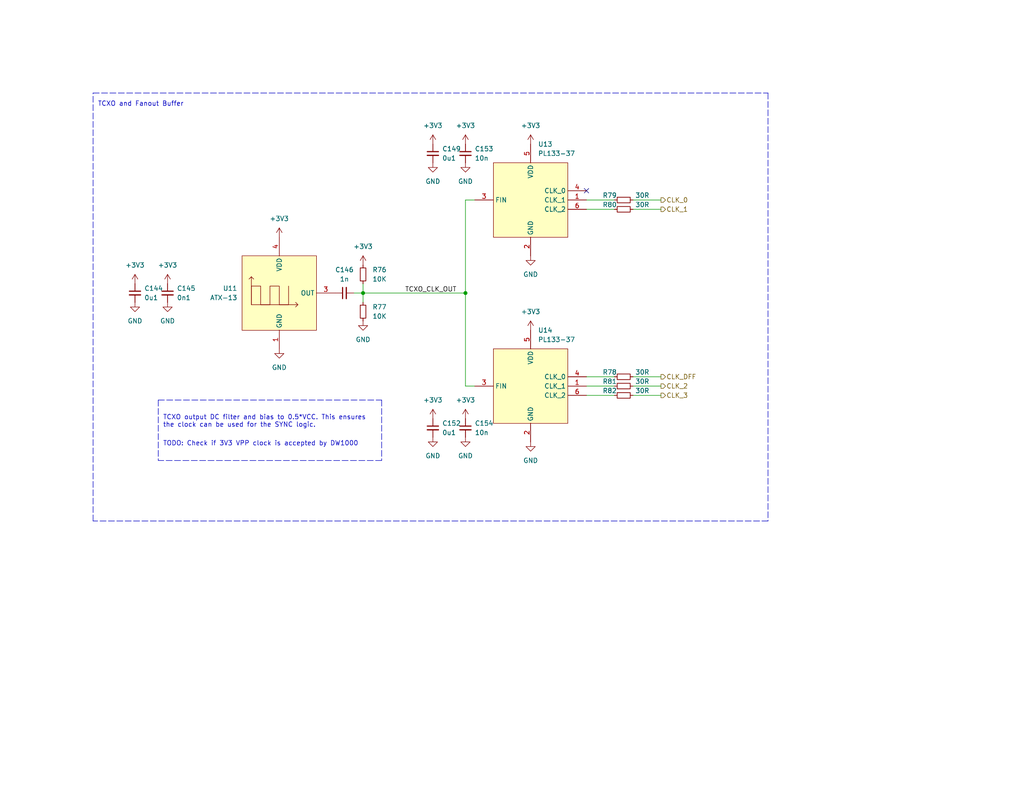
<source format=kicad_sch>
(kicad_sch (version 20231120) (generator "eeschema") (generator_version "8.0")
  (paper "USLetter")
  (title_block (title "ReLoki - UWB Clock Source") (date "2022-12-12") (rev "0.2.1") (company "George Mason University"))
  (lib_symbols
    (symbol "Buffer_U:PL133-37"
      (property "Reference" "U" (at 0.254 25.4 0))
      (property "Value" "PL133-37" (at 0 22.86 0))
      (symbol "PL133-37_0_1"
        (rectangle (start -10.16 10.16) (end 10.16 -10.16) (fill (type background)))
      )
      (symbol "PL133-37_1_1"
        (pin input line (at 15.24 0 180) (length 5.08) (name "CLK_1") (number "1"))
        (pin input line (at 0 -15.24 90) (length 5.08) (name "GND") (number "2"))
        (pin input line (at -15.24 0 0) (length 5.08) (name "FIN") (number "3"))
        (pin input line (at 15.24 2.54 180) (length 5.08) (name "CLK_0") (number "4"))
        (pin input line (at 0 15.24 270) (length 5.08) (name "VDD") (number "5"))
        (pin input line (at 15.24 -2.54 180) (length 5.08) (name "CLK_2") (number "6"))
      )
    )
    (symbol "Device:C_Small" (pin_numbers hide) (pin_names (offset 0.254) hide)
      (property "Reference" "C" (at 0.254 1.778 0))
      (property "Value" "C_Small" (at 0.254 -2.032 0))
      (symbol "C_Small_0_1"
        (polyline (pts (xy -1.524 -0.508) (xy 1.524 -0.508)) (stroke (width 0.3302)))
        (polyline (pts (xy -1.524 0.508) (xy 1.524 0.508)) (stroke (width 0.3048)))
      )
      (symbol "C_Small_1_1"
        (pin passive line (at 0 2.54 270) (length 2.032) (name "~") (number "1"))
        (pin passive line (at 0 -2.54 90) (length 2.032) (name "~") (number "2"))
      )
    )
    (symbol "Device:R_Small" (pin_numbers hide) (pin_names (offset 0.254) hide)
      (property "Reference" "R" (at 0.762 0.508 0))
      (property "Value" "R_Small" (at 0.762 -1.016 0))
      (symbol "R_Small_0_1"
        (rectangle (start -0.762 1.778) (end 0.762 -1.778) (stroke (width 0.2032)))
      )
      (symbol "R_Small_1_1"
        (pin passive line (at 0 2.54 270) (length 0.762) (name "~") (number "1"))
        (pin passive line (at 0 -2.54 90) (length 0.762) (name "~") (number "2"))
      )
    )
    (symbol "Oscillator_U:ATX-13"
      (property "Reference" "U" (at -7.62 15.24 0))
      (property "Value" "ATX-13" (at -7.62 12.7 0))
      (symbol "ATX-13_0_1"
        (rectangle (start -10.16 10.16) (end 10.16 -10.16) (fill (type background)))
        (polyline (pts (xy -7.62 4.445) (xy -8.255 3.81)))
        (polyline (pts (xy -7.62 4.445) (xy -6.985 3.81)))
        (polyline (pts (xy 5.08 -3.175) (xy 4.445 -3.81)))
        (polyline (pts (xy 5.08 -3.175) (xy 4.445 -2.54)))
        (polyline (pts (xy -7.62 4.445) (xy -7.62 -3.175) (xy 5.08 -3.175)))
        (polyline (pts (xy -7.62 -3.175) (xy -7.62 1.905) (xy -5.08 1.905) (xy -5.08 -3.175) (xy -2.54 -3.175) (xy -2.54 1.905) (xy 0 1.905) (xy 0 -3.175) (xy 2.54 -3.175) (xy 2.54 1.905)))
      )
      (symbol "ATX-13_1_1"
        (pin power_in line (at 0 -15.24 90) (length 5.08) (name "GND") (number "1"))
        (pin power_in line (at 0 -15.24 90) (length 5.08) hide (name "GND") (number "2"))
        (pin output line (at 15.24 0 180) (length 5.08) (name "OUT") (number "3"))
        (pin power_in line (at 0 15.24 270) (length 5.08) (name "VDD") (number "4"))
      )
    )
    (symbol "power:+3V3" (power) (pin_names (offset 0))
      (property "Value" "+3V3" (at 0 3.556 0))
      (symbol "+3V3_0_1"
        (polyline (pts (xy -0.762 1.27) (xy 0 2.54)))
        (polyline (pts (xy 0 0) (xy 0 2.54)))
        (polyline (pts (xy 0 2.54) (xy 0.762 1.27)))
      )
      (symbol "+3V3_1_1"
        (pin power_in line (at 0 0 90) (length 0) hide (name "+3V3") (number "1"))
      )
    )
    (symbol "power:GND" (power) (pin_names (offset 0))
      (property "Value" "GND" (at 0 -3.81 0))
      (symbol "GND_0_1"
        (polyline (pts (xy 0 0) (xy 0 -1.27) (xy 1.27 -1.27) (xy 0 -2.54) (xy -1.27 -1.27) (xy 0 -1.27)))
      )
      (symbol "GND_1_1"
        (pin power_in line (at 0 0 270) (length 0) hide (name "GND") (number "1"))
      )
    )
  )
  (junction (at 127 80.01))
  (junction (at 99.06 80.01))
  (no_connect (at 160.02 52.07))
  (polyline (pts (xy 104.14 109.22) (xy 104.14 125.73)) (stroke (width 0) (type dash)))
  (wire (pts (xy 127 80.01) (xy 99.06 80.01)))
  (wire (pts (xy 127 80.01) (xy 127 105.41)))
  (wire (pts (xy 160.02 107.95) (xy 167.64 107.95)))
  (wire (pts (xy 160.02 102.87) (xy 167.64 102.87)))
  (polyline (pts (xy 25.4 142.24) (xy 25.4 25.4)) (stroke (width 0) (type dash)))
  (wire (pts (xy 129.54 54.61) (xy 127 54.61)))
  (wire (pts (xy 172.72 57.15) (xy 180.34 57.15)))
  (wire (pts (xy 129.54 105.41) (xy 127 105.41)))
  (polyline (pts (xy 209.55 25.4) (xy 209.55 142.24)) (stroke (width 0) (type dash)))
  (wire (pts (xy 99.06 80.01) (xy 99.06 82.55)))
  (polyline (pts (xy 43.18 109.22) (xy 104.14 109.22)) (stroke (width 0) (type dash)))
  (wire (pts (xy 160.02 105.41) (xy 167.64 105.41)))
  (wire (pts (xy 160.02 57.15) (xy 167.64 57.15)))
  (polyline (pts (xy 43.18 109.22) (xy 43.18 125.73)) (stroke (width 0) (type dash)))
  (polyline (pts (xy 25.4 25.4) (xy 209.55 25.4)) (stroke (width 0) (type dash)))
  (wire (pts (xy 172.72 54.61) (xy 180.34 54.61)))
  (wire (pts (xy 127 54.61) (xy 127 80.01)))
  (wire (pts (xy 172.72 107.95) (xy 180.34 107.95)))
  (wire (pts (xy 160.02 54.61) (xy 167.64 54.61)))
  (wire (pts (xy 99.06 77.47) (xy 99.06 80.01)))
  (wire (pts (xy 172.72 102.87) (xy 180.34 102.87)))
  (wire (pts (xy 96.52 80.01) (xy 99.06 80.01)))
  (wire (pts (xy 172.72 105.41) (xy 180.34 105.41)))
  (polyline (pts (xy 104.14 125.73) (xy 43.18 125.73)) (stroke (width 0) (type dash)))
  (polyline (pts (xy 209.55 142.24) (xy 25.4 142.24)) (stroke (width 0) (type dash)))
  (text "TCXO output DC filter and bias to 0.5*VCC. This ensures \nthe clock can be used for the SYNC logic." (at 44.45 116.84 0) (effects (font (size 1.27 1.27)) (justify left bottom)))
  (text "TCXO and Fanout Buffer" (at 26.67 29.21 0) (effects (font (size 1.27 1.27)) (justify left bottom)))
  (text "TODO: Check if 3V3 VPP clock is accepted by DW1000" (at 44.45 121.92 0) (effects (font (size 1.27 1.27)) (justify left bottom)))
  (label "TCXO_CLK_OUT" (at 110.49 80.01 0))
  (hierarchical_label "CLK_0" (shape output) (at 180.34 54.61 0))
  (hierarchical_label "CLK_1" (shape output) (at 180.34 57.15 0))
  (hierarchical_label "CLK_DFF" (shape output) (at 180.34 102.87 0))
  (hierarchical_label "CLK_2" (shape output) (at 180.34 105.41 0))
  (hierarchical_label "CLK_3" (shape output) (at 180.34 107.95 0))
  (symbol (lib_id "Device:C_Small") (at 93.98 80.01 90) (unit 1)
    (property "Reference" "C146" (at 93.9863 73.66 90))
    (property "Value" "1n" (at 93.9863 76.2 90))
    (property "Footprint" "Capacitor_SMD:C_0402_1005Metric" (effects (hide yes)))
  )
  (symbol (lib_id "power:GND") (at 118.11 44.45 0) (unit 1)
    (property "Reference" "#PWR047" (effects (hide yes)))
    (property "Value" "GND" (at 118.11 49.53 0))
  )
  (symbol (lib_id "Buffer_U:PL133-37") (at 144.78 105.41 0) (unit 1)
    (property "Reference" "U14" (at 146.7994 90.17 0) (effects (justify left)))
    (property "Value" "PL133-37" (at 146.7994 92.71 0) (effects (justify left)))
    (property "Footprint" "Package_TO_SOT_SMD:SOT-23-6" (effects (hide yes)))
    (property "Datasheet" "https://ww1.microchip.com/downloads/aemDocuments/documents/TCG/ProductDocuments/DataSheets/PL133-37-Low-Power-1-62V-to-3-63V-1MHz-to-150MHz-Inverting-1-3-Fanout-Buffer-IC-DS20006403A.pdf" (effects (hide yes)))
  )
  (symbol (lib_id "Device:R_Small") (at 170.18 107.95 90) (unit 1)
    (property "Reference" "R82" (at 166.37 106.68 90))
    (property "Value" "30R" (at 175.26 106.68 90))
    (property "Footprint" "Resistor_SMD:R_0402_1005Metric" (effects (hide yes)))
  )
  (symbol (lib_id "power:+3V3") (at 127 39.37 0) (unit 1)
    (property "Reference" "#PWR0187" (effects (hide yes)))
    (property "Value" "+3V3" (at 127 34.29 0))
  )
  (symbol (lib_id "power:+3V3") (at 127 114.3 0) (unit 1)
    (property "Reference" "#PWR0189" (effects (hide yes)))
    (property "Value" "+3V3" (at 127 109.22 0))
  )
  (symbol (lib_id "power:+3V3") (at 144.78 90.17 0) (unit 1)
    (property "Reference" "#PWR0204" (effects (hide yes)))
    (property "Value" "+3V3" (at 144.78 85.09 0))
  )
  (symbol (lib_id "power:GND") (at 118.11 119.38 0) (unit 1)
    (property "Reference" "#PWR0186" (effects (hide yes)))
    (property "Value" "GND" (at 118.11 124.46 0))
  )
  (symbol (lib_id "Device:C_Small") (at 127 116.84 0) (unit 1)
    (property "Reference" "C154" (at 129.54 115.5762 0) (effects (justify left)))
    (property "Value" "10n" (at 129.54 118.1162 0) (effects (justify left)))
    (property "Footprint" "Capacitor_SMD:C_0402_1005Metric" (effects (hide yes)))
  )
  (symbol (lib_id "Device:C_Small") (at 45.72 80.01 0) (unit 1)
    (property "Reference" "C145" (at 48.26 78.7462 0) (effects (justify left)))
    (property "Value" "0n1" (at 48.26 81.2862 0) (effects (justify left)))
    (property "Footprint" "Capacitor_SMD:C_0402_1005Metric" (effects (hide yes)))
  )
  (symbol (lib_id "power:GND") (at 36.83 82.55 0) (unit 1)
    (property "Reference" "#PWR0178" (effects (hide yes)))
    (property "Value" "GND" (at 36.83 87.63 0))
  )
  (symbol (lib_id "power:GND") (at 76.2 95.25 0) (unit 1)
    (property "Reference" "#PWR0182" (effects (hide yes)))
    (property "Value" "GND" (at 76.2 100.33 0))
  )
  (symbol (lib_id "Oscillator_U:ATX-13") (at 76.2 80.01 0) (unit 1)
    (property "Reference" "U11" (at 64.77 78.7399 0) (effects (justify right)))
    (property "Value" "ATX-13" (at 64.77 81.2799 0) (effects (justify right)))
    (property "Footprint" "Oscillator_U:Oscillator_SMD_Abracon_ATX13-4Pin_2.0x1.6mm" (effects (hide yes)))
  )
  (symbol (lib_id "Device:R_Small") (at 170.18 54.61 90) (unit 1)
    (property "Reference" "R79" (at 166.37 53.34 90))
    (property "Value" "30R" (at 175.26 53.34 90))
    (property "Footprint" "Resistor_SMD:R_0402_1005Metric" (effects (hide yes)))
  )
  (symbol (lib_id "power:+3V3") (at 144.78 39.37 0) (unit 1)
    (property "Reference" "#PWR0202" (effects (hide yes)))
    (property "Value" "+3V3" (at 144.78 34.29 0))
  )
  (symbol (lib_id "power:GND") (at 127 119.38 0) (unit 1)
    (property "Reference" "#PWR0201" (effects (hide yes)))
    (property "Value" "GND" (at 127 124.46 0))
  )
  (symbol (lib_id "Device:C_Small") (at 118.11 41.91 0) (unit 1)
    (property "Reference" "C149" (at 120.65 40.6462 0) (effects (justify left)))
    (property "Value" "0u1" (at 120.65 43.1862 0) (effects (justify left)))
    (property "Footprint" "Capacitor_SMD:C_0402_1005Metric" (effects (hide yes)))
  )
  (symbol (lib_id "Device:R_Small") (at 170.18 57.15 90) (unit 1)
    (property "Reference" "R80" (at 166.37 55.88 90))
    (property "Value" "30R" (at 175.26 55.88 90))
    (property "Footprint" "Resistor_SMD:R_0402_1005Metric" (effects (hide yes)))
  )
  (symbol (lib_id "Device:R_Small") (at 170.18 102.87 90) (unit 1)
    (property "Reference" "R78" (at 166.37 101.6 90))
    (property "Value" "30R" (at 175.26 101.6 90))
    (property "Footprint" "Resistor_SMD:R_0402_1005Metric" (effects (hide yes)))
  )
  (symbol (lib_id "power:GND") (at 99.06 87.63 0) (unit 1)
    (property "Reference" "#PWR043" (effects (hide yes)))
    (property "Value" "GND" (at 99.06 92.71 0))
  )
  (symbol (lib_id "Device:R_Small") (at 99.06 85.09 0) (unit 1)
    (property "Reference" "R77" (at 101.6 83.8199 0) (effects (justify left)))
    (property "Value" "10K" (at 101.6 86.3599 0) (effects (justify left)))
    (property "Footprint" "Resistor_SMD:R_0402_1005Metric" (effects (hide yes)))
  )
  (symbol (lib_id "power:+3V3") (at 76.2 64.77 0) (unit 1)
    (property "Reference" "#PWR0181" (effects (hide yes)))
    (property "Value" "+3V3" (at 76.2 59.69 0))
  )
  (symbol (lib_id "power:GND") (at 127 44.45 0) (unit 1)
    (property "Reference" "#PWR0188" (effects (hide yes)))
    (property "Value" "GND" (at 127 49.53 0))
  )
  (symbol (lib_id "power:+3V3") (at 118.11 39.37 0) (unit 1)
    (property "Reference" "#PWR045" (effects (hide yes)))
    (property "Value" "+3V3" (at 118.11 34.29 0))
  )
  (symbol (lib_id "power:+3V3") (at 118.11 114.3 0) (unit 1)
    (property "Reference" "#PWR0185" (effects (hide yes)))
    (property "Value" "+3V3" (at 118.11 109.22 0))
  )
  (symbol (lib_id "Device:R_Small") (at 170.18 105.41 90) (unit 1)
    (property "Reference" "R81" (at 166.37 104.14 90))
    (property "Value" "30R" (at 175.26 104.14 90))
    (property "Footprint" "Resistor_SMD:R_0402_1005Metric" (effects (hide yes)))
  )
  (symbol (lib_id "Device:R_Small") (at 99.06 74.93 0) (unit 1)
    (property "Reference" "R76" (at 101.6 73.6599 0) (effects (justify left)))
    (property "Value" "10K" (at 101.6 76.1999 0) (effects (justify left)))
    (property "Footprint" "Resistor_SMD:R_0402_1005Metric" (effects (hide yes)))
  )
  (symbol (lib_id "power:+3V3") (at 99.06 72.39 0) (unit 1)
    (property "Reference" "#PWR040" (effects (hide yes)))
    (property "Value" "+3V3" (at 99.06 67.31 0))
  )
  (symbol (lib_id "Device:C_Small") (at 36.83 80.01 0) (unit 1)
    (property "Reference" "C144" (at 39.37 78.7462 0) (effects (justify left)))
    (property "Value" "0u1" (at 39.37 81.2862 0) (effects (justify left)))
    (property "Footprint" "Capacitor_SMD:C_0402_1005Metric" (effects (hide yes)))
  )
  (symbol (lib_id "power:GND") (at 144.78 69.85 0) (unit 1)
    (property "Reference" "#PWR0203" (effects (hide yes)))
    (property "Value" "GND" (at 144.78 74.93 0))
  )
  (symbol (lib_id "Device:C_Small") (at 127 41.91 0) (unit 1)
    (property "Reference" "C153" (at 129.54 40.6462 0) (effects (justify left)))
    (property "Value" "10n" (at 129.54 43.1862 0) (effects (justify left)))
    (property "Footprint" "Capacitor_SMD:C_0402_1005Metric" (effects (hide yes)))
  )
  (symbol (lib_id "power:+3V3") (at 36.83 77.47 0) (unit 1)
    (property "Reference" "#PWR0177" (effects (hide yes)))
    (property "Value" "+3V3" (at 36.83 72.39 0))
  )
  (symbol (lib_id "power:+3V3") (at 45.72 77.47 0) (unit 1)
    (property "Reference" "#PWR0179" (effects (hide yes)))
    (property "Value" "+3V3" (at 45.72 72.39 0))
  )
  (symbol (lib_id "Device:C_Small") (at 118.11 116.84 0) (unit 1)
    (property "Reference" "C152" (at 120.65 115.5762 0) (effects (justify left)))
    (property "Value" "0u1" (at 120.65 118.1162 0) (effects (justify left)))
    (property "Footprint" "Capacitor_SMD:C_0402_1005Metric" (effects (hide yes)))
  )
  (symbol (lib_id "Buffer_U:PL133-37") (at 144.78 54.61 0) (unit 1)
    (property "Reference" "U13" (at 146.7994 39.37 0) (effects (justify left)))
    (property "Value" "PL133-37" (at 146.7994 41.91 0) (effects (justify left)))
    (property "Footprint" "Package_TO_SOT_SMD:SOT-23-6" (effects (hide yes)))
    (property "Datasheet" "https://ww1.microchip.com/downloads/aemDocuments/documents/TCG/ProductDocuments/DataSheets/PL133-37-Low-Power-1-62V-to-3-63V-1MHz-to-150MHz-Inverting-1-3-Fanout-Buffer-IC-DS20006403A.pdf" (effects (hide yes)))
  )
  (symbol (lib_id "power:GND") (at 144.78 120.65 0) (unit 1)
    (property "Reference" "#PWR0205" (effects (hide yes)))
    (property "Value" "GND" (at 144.78 125.73 0))
  )
  (symbol (lib_id "power:GND") (at 45.72 82.55 0) (unit 1)
    (property "Reference" "#PWR0180" (effects (hide yes)))
    (property "Value" "GND" (at 45.72 87.63 0))
  )
)
</source>
